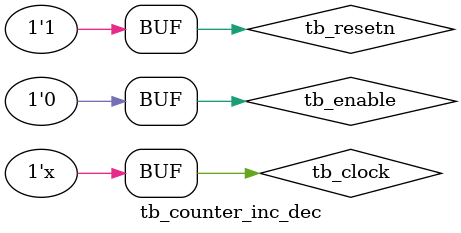
<source format=v>

`timescale 1ns/1ps

module tb_counter_inc_dec();

// reg decleration ( all inputs of DUT)
   reg         tb_resetn;
   reg         tb_clock;
   reg         tb_enable;

// wire decleration ( all outputs of DUT)
   wire [7:0]  tb_count_out;

 // parameters
   parameter CLOCK_PERIOD = 5;


// instsantiate the DUT
 counter_inc_dec counter_inst
 (
   .resetn		(tb_resetn),            // input active low reset
   .clock		(tb_clock),             // clock
   .enable   	(tb_enable),            // data enable signal
   .count_out 	(tb_count_out)          // counter output

 );


 // initialization of signals
 initial
   begin
      tb_resetn   	= 1'b0;
      tb_clock    	= 1'b0;
      #20;
      tb_resetn   = 1'b1;
      #30;
    end

 initial
    begin
       tb_enable = 1'b1;
       #500
       tb_enable = 1'b0;
    end

  // clock generation
 always
 #( CLOCK_PERIOD/2 )tb_clock = ~tb_clock;



  endmodule

</source>
